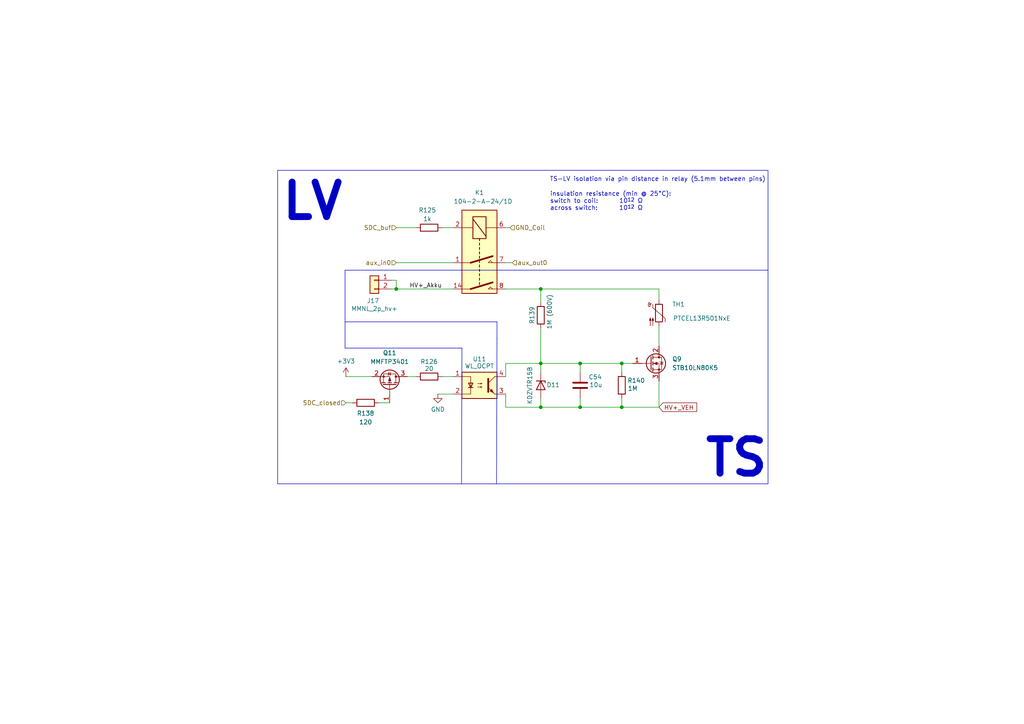
<source format=kicad_sch>
(kicad_sch
	(version 20231120)
	(generator "eeschema")
	(generator_version "8.0")
	(uuid "13e073e0-08f3-43ce-a5c5-b3a3660479c2")
	(paper "A4")
	(lib_symbols
		(symbol "Connector_Generic:Conn_01x02"
			(pin_names
				(offset 1.016) hide)
			(exclude_from_sim no)
			(in_bom yes)
			(on_board yes)
			(property "Reference" "J"
				(at 0 2.54 0)
				(effects
					(font
						(size 1.27 1.27)
					)
				)
			)
			(property "Value" "Conn_01x02"
				(at 0 -5.08 0)
				(effects
					(font
						(size 1.27 1.27)
					)
				)
			)
			(property "Footprint" ""
				(at 0 0 0)
				(effects
					(font
						(size 1.27 1.27)
					)
					(hide yes)
				)
			)
			(property "Datasheet" "~"
				(at 0 0 0)
				(effects
					(font
						(size 1.27 1.27)
					)
					(hide yes)
				)
			)
			(property "Description" "Generic connector, single row, 01x02, script generated (kicad-library-utils/schlib/autogen/connector/)"
				(at 0 0 0)
				(effects
					(font
						(size 1.27 1.27)
					)
					(hide yes)
				)
			)
			(property "ki_keywords" "connector"
				(at 0 0 0)
				(effects
					(font
						(size 1.27 1.27)
					)
					(hide yes)
				)
			)
			(property "ki_fp_filters" "Connector*:*_1x??_*"
				(at 0 0 0)
				(effects
					(font
						(size 1.27 1.27)
					)
					(hide yes)
				)
			)
			(symbol "Conn_01x02_1_1"
				(rectangle
					(start -1.27 -2.413)
					(end 0 -2.667)
					(stroke
						(width 0.1524)
						(type default)
					)
					(fill
						(type none)
					)
				)
				(rectangle
					(start -1.27 0.127)
					(end 0 -0.127)
					(stroke
						(width 0.1524)
						(type default)
					)
					(fill
						(type none)
					)
				)
				(rectangle
					(start -1.27 1.27)
					(end 1.27 -3.81)
					(stroke
						(width 0.254)
						(type default)
					)
					(fill
						(type background)
					)
				)
				(pin passive line
					(at -5.08 0 0)
					(length 3.81)
					(name "Pin_1"
						(effects
							(font
								(size 1.27 1.27)
							)
						)
					)
					(number "1"
						(effects
							(font
								(size 1.27 1.27)
							)
						)
					)
				)
				(pin passive line
					(at -5.08 -2.54 0)
					(length 3.81)
					(name "Pin_2"
						(effects
							(font
								(size 1.27 1.27)
							)
						)
					)
					(number "2"
						(effects
							(font
								(size 1.27 1.27)
							)
						)
					)
				)
			)
		)
		(symbol "Device:C"
			(pin_numbers hide)
			(pin_names
				(offset 0.254)
			)
			(exclude_from_sim no)
			(in_bom yes)
			(on_board yes)
			(property "Reference" "C"
				(at 0.635 2.54 0)
				(effects
					(font
						(size 1.27 1.27)
					)
					(justify left)
				)
			)
			(property "Value" "C"
				(at 0.635 -2.54 0)
				(effects
					(font
						(size 1.27 1.27)
					)
					(justify left)
				)
			)
			(property "Footprint" ""
				(at 0.9652 -3.81 0)
				(effects
					(font
						(size 1.27 1.27)
					)
					(hide yes)
				)
			)
			(property "Datasheet" "~"
				(at 0 0 0)
				(effects
					(font
						(size 1.27 1.27)
					)
					(hide yes)
				)
			)
			(property "Description" "Unpolarized capacitor"
				(at 0 0 0)
				(effects
					(font
						(size 1.27 1.27)
					)
					(hide yes)
				)
			)
			(property "ki_keywords" "cap capacitor"
				(at 0 0 0)
				(effects
					(font
						(size 1.27 1.27)
					)
					(hide yes)
				)
			)
			(property "ki_fp_filters" "C_*"
				(at 0 0 0)
				(effects
					(font
						(size 1.27 1.27)
					)
					(hide yes)
				)
			)
			(symbol "C_0_1"
				(polyline
					(pts
						(xy -2.032 -0.762) (xy 2.032 -0.762)
					)
					(stroke
						(width 0.508)
						(type default)
					)
					(fill
						(type none)
					)
				)
				(polyline
					(pts
						(xy -2.032 0.762) (xy 2.032 0.762)
					)
					(stroke
						(width 0.508)
						(type default)
					)
					(fill
						(type none)
					)
				)
			)
			(symbol "C_1_1"
				(pin passive line
					(at 0 3.81 270)
					(length 2.794)
					(name "~"
						(effects
							(font
								(size 1.27 1.27)
							)
						)
					)
					(number "1"
						(effects
							(font
								(size 1.27 1.27)
							)
						)
					)
				)
				(pin passive line
					(at 0 -3.81 90)
					(length 2.794)
					(name "~"
						(effects
							(font
								(size 1.27 1.27)
							)
						)
					)
					(number "2"
						(effects
							(font
								(size 1.27 1.27)
							)
						)
					)
				)
			)
		)
		(symbol "Device:D_Zener"
			(pin_numbers hide)
			(pin_names
				(offset 1.016) hide)
			(exclude_from_sim no)
			(in_bom yes)
			(on_board yes)
			(property "Reference" "D"
				(at 0 2.54 0)
				(effects
					(font
						(size 1.27 1.27)
					)
				)
			)
			(property "Value" "D_Zener"
				(at 0 -2.54 0)
				(effects
					(font
						(size 1.27 1.27)
					)
				)
			)
			(property "Footprint" ""
				(at 0 0 0)
				(effects
					(font
						(size 1.27 1.27)
					)
					(hide yes)
				)
			)
			(property "Datasheet" "~"
				(at 0 0 0)
				(effects
					(font
						(size 1.27 1.27)
					)
					(hide yes)
				)
			)
			(property "Description" "Zener diode"
				(at 0 0 0)
				(effects
					(font
						(size 1.27 1.27)
					)
					(hide yes)
				)
			)
			(property "ki_keywords" "diode"
				(at 0 0 0)
				(effects
					(font
						(size 1.27 1.27)
					)
					(hide yes)
				)
			)
			(property "ki_fp_filters" "TO-???* *_Diode_* *SingleDiode* D_*"
				(at 0 0 0)
				(effects
					(font
						(size 1.27 1.27)
					)
					(hide yes)
				)
			)
			(symbol "D_Zener_0_1"
				(polyline
					(pts
						(xy 1.27 0) (xy -1.27 0)
					)
					(stroke
						(width 0)
						(type default)
					)
					(fill
						(type none)
					)
				)
				(polyline
					(pts
						(xy -1.27 -1.27) (xy -1.27 1.27) (xy -0.762 1.27)
					)
					(stroke
						(width 0.254)
						(type default)
					)
					(fill
						(type none)
					)
				)
				(polyline
					(pts
						(xy 1.27 -1.27) (xy 1.27 1.27) (xy -1.27 0) (xy 1.27 -1.27)
					)
					(stroke
						(width 0.254)
						(type default)
					)
					(fill
						(type none)
					)
				)
			)
			(symbol "D_Zener_1_1"
				(pin passive line
					(at -3.81 0 0)
					(length 2.54)
					(name "K"
						(effects
							(font
								(size 1.27 1.27)
							)
						)
					)
					(number "1"
						(effects
							(font
								(size 1.27 1.27)
							)
						)
					)
				)
				(pin passive line
					(at 3.81 0 180)
					(length 2.54)
					(name "A"
						(effects
							(font
								(size 1.27 1.27)
							)
						)
					)
					(number "2"
						(effects
							(font
								(size 1.27 1.27)
							)
						)
					)
				)
			)
		)
		(symbol "Device:Q_PMOS_GSD"
			(pin_names
				(offset 0) hide)
			(exclude_from_sim no)
			(in_bom yes)
			(on_board yes)
			(property "Reference" "Q"
				(at 5.08 1.27 0)
				(effects
					(font
						(size 1.27 1.27)
					)
					(justify left)
				)
			)
			(property "Value" "Q_PMOS_GSD"
				(at 5.08 -1.27 0)
				(effects
					(font
						(size 1.27 1.27)
					)
					(justify left)
				)
			)
			(property "Footprint" ""
				(at 5.08 2.54 0)
				(effects
					(font
						(size 1.27 1.27)
					)
					(hide yes)
				)
			)
			(property "Datasheet" "~"
				(at 0 0 0)
				(effects
					(font
						(size 1.27 1.27)
					)
					(hide yes)
				)
			)
			(property "Description" "P-MOSFET transistor, gate/source/drain"
				(at 0 0 0)
				(effects
					(font
						(size 1.27 1.27)
					)
					(hide yes)
				)
			)
			(property "ki_keywords" "transistor PMOS P-MOS P-MOSFET"
				(at 0 0 0)
				(effects
					(font
						(size 1.27 1.27)
					)
					(hide yes)
				)
			)
			(symbol "Q_PMOS_GSD_0_1"
				(polyline
					(pts
						(xy 0.254 0) (xy -2.54 0)
					)
					(stroke
						(width 0)
						(type default)
					)
					(fill
						(type none)
					)
				)
				(polyline
					(pts
						(xy 0.254 1.905) (xy 0.254 -1.905)
					)
					(stroke
						(width 0.254)
						(type default)
					)
					(fill
						(type none)
					)
				)
				(polyline
					(pts
						(xy 0.762 -1.27) (xy 0.762 -2.286)
					)
					(stroke
						(width 0.254)
						(type default)
					)
					(fill
						(type none)
					)
				)
				(polyline
					(pts
						(xy 0.762 0.508) (xy 0.762 -0.508)
					)
					(stroke
						(width 0.254)
						(type default)
					)
					(fill
						(type none)
					)
				)
				(polyline
					(pts
						(xy 0.762 2.286) (xy 0.762 1.27)
					)
					(stroke
						(width 0.254)
						(type default)
					)
					(fill
						(type none)
					)
				)
				(polyline
					(pts
						(xy 2.54 2.54) (xy 2.54 1.778)
					)
					(stroke
						(width 0)
						(type default)
					)
					(fill
						(type none)
					)
				)
				(polyline
					(pts
						(xy 2.54 -2.54) (xy 2.54 0) (xy 0.762 0)
					)
					(stroke
						(width 0)
						(type default)
					)
					(fill
						(type none)
					)
				)
				(polyline
					(pts
						(xy 0.762 1.778) (xy 3.302 1.778) (xy 3.302 -1.778) (xy 0.762 -1.778)
					)
					(stroke
						(width 0)
						(type default)
					)
					(fill
						(type none)
					)
				)
				(polyline
					(pts
						(xy 2.286 0) (xy 1.27 0.381) (xy 1.27 -0.381) (xy 2.286 0)
					)
					(stroke
						(width 0)
						(type default)
					)
					(fill
						(type outline)
					)
				)
				(polyline
					(pts
						(xy 2.794 -0.508) (xy 2.921 -0.381) (xy 3.683 -0.381) (xy 3.81 -0.254)
					)
					(stroke
						(width 0)
						(type default)
					)
					(fill
						(type none)
					)
				)
				(polyline
					(pts
						(xy 3.302 -0.381) (xy 2.921 0.254) (xy 3.683 0.254) (xy 3.302 -0.381)
					)
					(stroke
						(width 0)
						(type default)
					)
					(fill
						(type none)
					)
				)
				(circle
					(center 1.651 0)
					(radius 2.794)
					(stroke
						(width 0.254)
						(type default)
					)
					(fill
						(type none)
					)
				)
				(circle
					(center 2.54 -1.778)
					(radius 0.254)
					(stroke
						(width 0)
						(type default)
					)
					(fill
						(type outline)
					)
				)
				(circle
					(center 2.54 1.778)
					(radius 0.254)
					(stroke
						(width 0)
						(type default)
					)
					(fill
						(type outline)
					)
				)
			)
			(symbol "Q_PMOS_GSD_1_1"
				(pin input line
					(at -5.08 0 0)
					(length 2.54)
					(name "G"
						(effects
							(font
								(size 1.27 1.27)
							)
						)
					)
					(number "1"
						(effects
							(font
								(size 1.27 1.27)
							)
						)
					)
				)
				(pin passive line
					(at 2.54 -5.08 90)
					(length 2.54)
					(name "S"
						(effects
							(font
								(size 1.27 1.27)
							)
						)
					)
					(number "2"
						(effects
							(font
								(size 1.27 1.27)
							)
						)
					)
				)
				(pin passive line
					(at 2.54 5.08 270)
					(length 2.54)
					(name "D"
						(effects
							(font
								(size 1.27 1.27)
							)
						)
					)
					(number "3"
						(effects
							(font
								(size 1.27 1.27)
							)
						)
					)
				)
			)
		)
		(symbol "Device:R"
			(pin_numbers hide)
			(pin_names
				(offset 0)
			)
			(exclude_from_sim no)
			(in_bom yes)
			(on_board yes)
			(property "Reference" "R"
				(at 2.032 0 90)
				(effects
					(font
						(size 1.27 1.27)
					)
				)
			)
			(property "Value" "R"
				(at 0 0 90)
				(effects
					(font
						(size 1.27 1.27)
					)
				)
			)
			(property "Footprint" ""
				(at -1.778 0 90)
				(effects
					(font
						(size 1.27 1.27)
					)
					(hide yes)
				)
			)
			(property "Datasheet" "~"
				(at 0 0 0)
				(effects
					(font
						(size 1.27 1.27)
					)
					(hide yes)
				)
			)
			(property "Description" "Resistor"
				(at 0 0 0)
				(effects
					(font
						(size 1.27 1.27)
					)
					(hide yes)
				)
			)
			(property "ki_keywords" "R res resistor"
				(at 0 0 0)
				(effects
					(font
						(size 1.27 1.27)
					)
					(hide yes)
				)
			)
			(property "ki_fp_filters" "R_*"
				(at 0 0 0)
				(effects
					(font
						(size 1.27 1.27)
					)
					(hide yes)
				)
			)
			(symbol "R_0_1"
				(rectangle
					(start -1.016 -2.54)
					(end 1.016 2.54)
					(stroke
						(width 0.254)
						(type default)
					)
					(fill
						(type none)
					)
				)
			)
			(symbol "R_1_1"
				(pin passive line
					(at 0 3.81 270)
					(length 1.27)
					(name "~"
						(effects
							(font
								(size 1.27 1.27)
							)
						)
					)
					(number "1"
						(effects
							(font
								(size 1.27 1.27)
							)
						)
					)
				)
				(pin passive line
					(at 0 -3.81 90)
					(length 1.27)
					(name "~"
						(effects
							(font
								(size 1.27 1.27)
							)
						)
					)
					(number "2"
						(effects
							(font
								(size 1.27 1.27)
							)
						)
					)
				)
			)
		)
		(symbol "Device:Thermistor_PTC"
			(pin_numbers hide)
			(pin_names
				(offset 0)
			)
			(exclude_from_sim no)
			(in_bom yes)
			(on_board yes)
			(property "Reference" "TH"
				(at -4.064 0 90)
				(effects
					(font
						(size 1.27 1.27)
					)
				)
			)
			(property "Value" "Thermistor_PTC"
				(at 3.048 0 90)
				(effects
					(font
						(size 1.27 1.27)
					)
				)
			)
			(property "Footprint" ""
				(at 1.27 -5.08 0)
				(effects
					(font
						(size 1.27 1.27)
					)
					(justify left)
					(hide yes)
				)
			)
			(property "Datasheet" "~"
				(at 0 0 0)
				(effects
					(font
						(size 1.27 1.27)
					)
					(hide yes)
				)
			)
			(property "Description" "Temperature dependent resistor, positive temperature coefficient"
				(at 0 0 0)
				(effects
					(font
						(size 1.27 1.27)
					)
					(hide yes)
				)
			)
			(property "ki_keywords" "resistor PTC thermistor sensor RTD"
				(at 0 0 0)
				(effects
					(font
						(size 1.27 1.27)
					)
					(hide yes)
				)
			)
			(property "ki_fp_filters" "*PTC* *Thermistor* PIN?ARRAY* bornier* *Terminal?Block* R_*"
				(at 0 0 0)
				(effects
					(font
						(size 1.27 1.27)
					)
					(hide yes)
				)
			)
			(symbol "Thermistor_PTC_0_1"
				(arc
					(start -3.048 2.159)
					(mid -3.0495 2.3143)
					(end -3.175 2.413)
					(stroke
						(width 0)
						(type default)
					)
					(fill
						(type none)
					)
				)
				(arc
					(start -3.048 2.159)
					(mid -2.9736 1.9794)
					(end -2.794 1.905)
					(stroke
						(width 0)
						(type default)
					)
					(fill
						(type none)
					)
				)
				(arc
					(start -3.048 2.794)
					(mid -2.9736 2.6144)
					(end -2.794 2.54)
					(stroke
						(width 0)
						(type default)
					)
					(fill
						(type none)
					)
				)
				(arc
					(start -2.794 1.905)
					(mid -2.6144 1.9794)
					(end -2.54 2.159)
					(stroke
						(width 0)
						(type default)
					)
					(fill
						(type none)
					)
				)
				(arc
					(start -2.794 2.54)
					(mid -2.4393 2.5587)
					(end -2.159 2.794)
					(stroke
						(width 0)
						(type default)
					)
					(fill
						(type none)
					)
				)
				(arc
					(start -2.794 3.048)
					(mid -2.9736 2.9736)
					(end -3.048 2.794)
					(stroke
						(width 0)
						(type default)
					)
					(fill
						(type none)
					)
				)
				(arc
					(start -2.54 2.794)
					(mid -2.6144 2.9736)
					(end -2.794 3.048)
					(stroke
						(width 0)
						(type default)
					)
					(fill
						(type none)
					)
				)
				(rectangle
					(start -1.016 2.54)
					(end 1.016 -2.54)
					(stroke
						(width 0.254)
						(type default)
					)
					(fill
						(type none)
					)
				)
				(polyline
					(pts
						(xy -2.54 2.159) (xy -2.54 2.794)
					)
					(stroke
						(width 0)
						(type default)
					)
					(fill
						(type none)
					)
				)
				(polyline
					(pts
						(xy -1.778 2.54) (xy -1.778 1.524) (xy 1.778 -1.524) (xy 1.778 -2.54)
					)
					(stroke
						(width 0)
						(type default)
					)
					(fill
						(type none)
					)
				)
				(polyline
					(pts
						(xy -2.54 -3.683) (xy -2.54 -1.397) (xy -2.794 -2.159) (xy -2.286 -2.159) (xy -2.54 -1.397) (xy -2.54 -1.651)
					)
					(stroke
						(width 0)
						(type default)
					)
					(fill
						(type outline)
					)
				)
				(polyline
					(pts
						(xy -1.778 -3.683) (xy -1.778 -1.397) (xy -2.032 -2.159) (xy -1.524 -2.159) (xy -1.778 -1.397)
						(xy -1.778 -1.651)
					)
					(stroke
						(width 0)
						(type default)
					)
					(fill
						(type outline)
					)
				)
			)
			(symbol "Thermistor_PTC_1_1"
				(pin passive line
					(at 0 3.81 270)
					(length 1.27)
					(name "~"
						(effects
							(font
								(size 1.27 1.27)
							)
						)
					)
					(number "1"
						(effects
							(font
								(size 1.27 1.27)
							)
						)
					)
				)
				(pin passive line
					(at 0 -3.81 90)
					(length 1.27)
					(name "~"
						(effects
							(font
								(size 1.27 1.27)
							)
						)
					)
					(number "2"
						(effects
							(font
								(size 1.27 1.27)
							)
						)
					)
				)
			)
		)
		(symbol "Isolator:FODM217A"
			(exclude_from_sim no)
			(in_bom yes)
			(on_board yes)
			(property "Reference" "U4"
				(at 1.27 7.62 0)
				(effects
					(font
						(size 1.27 1.27)
					)
				)
			)
			(property "Value" "WL_OCDA"
				(at 1.27 5.588 0)
				(effects
					(font
						(size 1.27 1.27)
					)
				)
			)
			(property "Footprint" "Package_SO:SOP-4_4.4x2.6mm_P1.27mm"
				(at 0 -5.08 0)
				(effects
					(font
						(size 1.27 1.27)
						(italic yes)
					)
					(hide yes)
				)
			)
			(property "Datasheet" ""
				(at 0 0 0)
				(effects
					(font
						(size 1.27 1.27)
					)
					(justify left)
					(hide yes)
				)
			)
			(property "Description" "141352145000"
				(at 0 0 0)
				(effects
					(font
						(size 1.27 1.27)
					)
					(hide yes)
				)
			)
			(property "ki_keywords" "DC Phototransistor Optocoupler"
				(at 0 0 0)
				(effects
					(font
						(size 1.27 1.27)
					)
					(hide yes)
				)
			)
			(property "ki_fp_filters" "SOP*4.4x2.6mm*P1.27mm*"
				(at 0 0 0)
				(effects
					(font
						(size 1.27 1.27)
					)
					(hide yes)
				)
			)
			(symbol "FODM217A_0_1"
				(rectangle
					(start -5.08 3.81)
					(end 5.08 -3.81)
					(stroke
						(width 0.254)
						(type default)
					)
					(fill
						(type background)
					)
				)
				(polyline
					(pts
						(xy -3.175 -0.635) (xy -1.905 -0.635)
					)
					(stroke
						(width 0.254)
						(type default)
					)
					(fill
						(type none)
					)
				)
				(polyline
					(pts
						(xy 2.54 0.635) (xy 4.445 2.54)
					)
					(stroke
						(width 0)
						(type default)
					)
					(fill
						(type none)
					)
				)
				(polyline
					(pts
						(xy 4.445 -2.54) (xy 2.54 -0.635)
					)
					(stroke
						(width 0)
						(type default)
					)
					(fill
						(type outline)
					)
				)
				(polyline
					(pts
						(xy 4.445 -2.54) (xy 5.08 -2.54)
					)
					(stroke
						(width 0)
						(type default)
					)
					(fill
						(type none)
					)
				)
				(polyline
					(pts
						(xy 4.445 2.54) (xy 5.08 2.54)
					)
					(stroke
						(width 0)
						(type default)
					)
					(fill
						(type none)
					)
				)
				(polyline
					(pts
						(xy -5.08 2.54) (xy -2.54 2.54) (xy -2.54 -0.635)
					)
					(stroke
						(width 0)
						(type default)
					)
					(fill
						(type none)
					)
				)
				(polyline
					(pts
						(xy -2.54 -0.635) (xy -2.54 -2.54) (xy -5.08 -2.54)
					)
					(stroke
						(width 0)
						(type default)
					)
					(fill
						(type none)
					)
				)
				(polyline
					(pts
						(xy 2.54 1.905) (xy 2.54 -1.905) (xy 2.54 -1.905)
					)
					(stroke
						(width 0.508)
						(type default)
					)
					(fill
						(type none)
					)
				)
				(polyline
					(pts
						(xy -2.54 -0.635) (xy -3.175 0.635) (xy -1.905 0.635) (xy -2.54 -0.635)
					)
					(stroke
						(width 0.254)
						(type default)
					)
					(fill
						(type none)
					)
				)
				(polyline
					(pts
						(xy -0.508 -0.508) (xy 0.762 -0.508) (xy 0.381 -0.635) (xy 0.381 -0.381) (xy 0.762 -0.508)
					)
					(stroke
						(width 0)
						(type default)
					)
					(fill
						(type none)
					)
				)
				(polyline
					(pts
						(xy -0.508 0.508) (xy 0.762 0.508) (xy 0.381 0.381) (xy 0.381 0.635) (xy 0.762 0.508)
					)
					(stroke
						(width 0)
						(type default)
					)
					(fill
						(type none)
					)
				)
				(polyline
					(pts
						(xy 3.048 -1.651) (xy 3.556 -1.143) (xy 4.064 -2.159) (xy 3.048 -1.651) (xy 3.048 -1.651)
					)
					(stroke
						(width 0)
						(type default)
					)
					(fill
						(type outline)
					)
				)
			)
			(symbol "FODM217A_1_1"
				(pin passive line
					(at -7.62 2.54 0)
					(length 2.54)
					(name "~"
						(effects
							(font
								(size 1.27 1.27)
							)
						)
					)
					(number "1"
						(effects
							(font
								(size 1.27 1.27)
							)
						)
					)
				)
				(pin passive line
					(at -7.62 -2.54 0)
					(length 2.54)
					(name "~"
						(effects
							(font
								(size 1.27 1.27)
							)
						)
					)
					(number "2"
						(effects
							(font
								(size 1.27 1.27)
							)
						)
					)
				)
				(pin passive line
					(at 7.62 -2.54 180)
					(length 2.54)
					(name "~"
						(effects
							(font
								(size 1.27 1.27)
							)
						)
					)
					(number "3"
						(effects
							(font
								(size 1.27 1.27)
							)
						)
					)
				)
				(pin passive line
					(at 7.62 2.54 180)
					(length 2.54)
					(name "~"
						(effects
							(font
								(size 1.27 1.27)
							)
						)
					)
					(number "4"
						(effects
							(font
								(size 1.27 1.27)
							)
						)
					)
				)
			)
		)
		(symbol "Relay:DIPxx-2Axx-21x"
			(exclude_from_sim no)
			(in_bom yes)
			(on_board yes)
			(property "Reference" "K"
				(at 12.7 3.81 0)
				(effects
					(font
						(size 1.27 1.27)
					)
					(justify left)
				)
			)
			(property "Value" "DIPxx-2Axx-21x"
				(at 12.7 1.27 0)
				(effects
					(font
						(size 1.27 1.27)
					)
					(justify left)
				)
			)
			(property "Footprint" "Relay_THT:Relay_StandexMeder_DIP_LowProfile"
				(at 12.7 -1.27 0)
				(effects
					(font
						(size 1.27 1.27)
					)
					(justify left)
					(hide yes)
				)
			)
			(property "Datasheet" "https://standexelectronics.com/wp-content/uploads/datasheet_reed_relay_DIP.pdf"
				(at 0 0 0)
				(effects
					(font
						(size 1.27 1.27)
					)
					(hide yes)
				)
			)
			(property "Description" "Standex Meder DIP reed relay, DPST, Closing Contacts"
				(at 0 0 0)
				(effects
					(font
						(size 1.27 1.27)
					)
					(hide yes)
				)
			)
			(property "ki_keywords" "Single Pole Reed Relay DPST"
				(at 0 0 0)
				(effects
					(font
						(size 1.27 1.27)
					)
					(hide yes)
				)
			)
			(property "ki_fp_filters" "Relay*StandexMeder*DIP*LowProfile*"
				(at 0 0 0)
				(effects
					(font
						(size 1.27 1.27)
					)
					(hide yes)
				)
			)
			(symbol "DIPxx-2Axx-21x_0_0"
				(polyline
					(pts
						(xy 2.54 5.08) (xy 2.54 2.54) (xy 1.905 3.175) (xy 2.54 3.81)
					)
					(stroke
						(width 0)
						(type default)
					)
					(fill
						(type none)
					)
				)
				(polyline
					(pts
						(xy 10.16 5.08) (xy 10.16 2.54) (xy 9.525 3.175) (xy 10.16 3.81)
					)
					(stroke
						(width 0)
						(type default)
					)
					(fill
						(type none)
					)
				)
			)
			(symbol "DIPxx-2Axx-21x_0_1"
				(rectangle
					(start -12.7 5.08)
					(end 11.43 -5.08)
					(stroke
						(width 0.254)
						(type default)
					)
					(fill
						(type background)
					)
				)
				(rectangle
					(start -10.795 1.905)
					(end -4.445 -1.905)
					(stroke
						(width 0.254)
						(type default)
					)
					(fill
						(type none)
					)
				)
				(polyline
					(pts
						(xy -10.16 -1.905) (xy -5.08 1.905)
					)
					(stroke
						(width 0.254)
						(type default)
					)
					(fill
						(type none)
					)
				)
				(polyline
					(pts
						(xy -7.62 -5.08) (xy -7.62 -1.905)
					)
					(stroke
						(width 0)
						(type default)
					)
					(fill
						(type none)
					)
				)
				(polyline
					(pts
						(xy -7.62 5.08) (xy -7.62 1.905)
					)
					(stroke
						(width 0)
						(type default)
					)
					(fill
						(type none)
					)
				)
				(polyline
					(pts
						(xy -4.445 0) (xy -3.81 0)
					)
					(stroke
						(width 0.254)
						(type default)
					)
					(fill
						(type none)
					)
				)
				(polyline
					(pts
						(xy -3.175 0) (xy -2.54 0)
					)
					(stroke
						(width 0.254)
						(type default)
					)
					(fill
						(type none)
					)
				)
				(polyline
					(pts
						(xy -1.905 0) (xy -1.27 0)
					)
					(stroke
						(width 0.254)
						(type default)
					)
					(fill
						(type none)
					)
				)
				(polyline
					(pts
						(xy -0.635 0) (xy 0 0)
					)
					(stroke
						(width 0.254)
						(type default)
					)
					(fill
						(type none)
					)
				)
				(polyline
					(pts
						(xy 0.635 0) (xy 1.27 0)
					)
					(stroke
						(width 0.254)
						(type default)
					)
					(fill
						(type none)
					)
				)
				(polyline
					(pts
						(xy 1.905 0) (xy 2.54 0)
					)
					(stroke
						(width 0.254)
						(type default)
					)
					(fill
						(type none)
					)
				)
				(polyline
					(pts
						(xy 2.54 -2.54) (xy 0.635 3.81)
					)
					(stroke
						(width 0.508)
						(type default)
					)
					(fill
						(type none)
					)
				)
				(polyline
					(pts
						(xy 2.54 -2.54) (xy 2.54 -5.08)
					)
					(stroke
						(width 0)
						(type default)
					)
					(fill
						(type none)
					)
				)
				(polyline
					(pts
						(xy 3.175 0) (xy 3.81 0)
					)
					(stroke
						(width 0.254)
						(type default)
					)
					(fill
						(type none)
					)
				)
				(polyline
					(pts
						(xy 4.445 0) (xy 5.08 0)
					)
					(stroke
						(width 0.254)
						(type default)
					)
					(fill
						(type none)
					)
				)
				(polyline
					(pts
						(xy 5.715 0) (xy 6.35 0)
					)
					(stroke
						(width 0.254)
						(type default)
					)
					(fill
						(type none)
					)
				)
				(polyline
					(pts
						(xy 6.985 0) (xy 7.62 0)
					)
					(stroke
						(width 0.254)
						(type default)
					)
					(fill
						(type none)
					)
				)
				(polyline
					(pts
						(xy 8.255 0) (xy 8.89 0)
					)
					(stroke
						(width 0.254)
						(type default)
					)
					(fill
						(type none)
					)
				)
				(polyline
					(pts
						(xy 10.16 -2.54) (xy 8.255 3.81)
					)
					(stroke
						(width 0.508)
						(type default)
					)
					(fill
						(type none)
					)
				)
				(polyline
					(pts
						(xy 10.16 -2.54) (xy 10.16 -5.08)
					)
					(stroke
						(width 0)
						(type default)
					)
					(fill
						(type none)
					)
				)
			)
			(symbol "DIPxx-2Axx-21x_1_1"
				(pin passive line
					(at 2.54 -7.62 90)
					(length 2.54)
					(name "~"
						(effects
							(font
								(size 1.27 1.27)
							)
						)
					)
					(number "1"
						(effects
							(font
								(size 1.27 1.27)
							)
						)
					)
				)
				(pin passive line
					(at 10.16 -7.62 90)
					(length 2.54)
					(name "~"
						(effects
							(font
								(size 1.27 1.27)
							)
						)
					)
					(number "14"
						(effects
							(font
								(size 1.27 1.27)
							)
						)
					)
				)
				(pin passive line
					(at -7.62 -7.62 90)
					(length 2.54)
					(name "~"
						(effects
							(font
								(size 1.27 1.27)
							)
						)
					)
					(number "2"
						(effects
							(font
								(size 1.27 1.27)
							)
						)
					)
				)
				(pin passive line
					(at -7.62 7.62 270)
					(length 2.54)
					(name "~"
						(effects
							(font
								(size 1.27 1.27)
							)
						)
					)
					(number "6"
						(effects
							(font
								(size 1.27 1.27)
							)
						)
					)
				)
				(pin passive line
					(at 2.54 7.62 270)
					(length 2.54)
					(name "~"
						(effects
							(font
								(size 1.27 1.27)
							)
						)
					)
					(number "7"
						(effects
							(font
								(size 1.27 1.27)
							)
						)
					)
				)
				(pin passive line
					(at 10.16 7.62 270)
					(length 2.54)
					(name "~"
						(effects
							(font
								(size 1.27 1.27)
							)
						)
					)
					(number "8"
						(effects
							(font
								(size 1.27 1.27)
							)
						)
					)
				)
			)
		)
		(symbol "Transistor_FET:STB15N80K5"
			(pin_names hide)
			(exclude_from_sim no)
			(in_bom yes)
			(on_board yes)
			(property "Reference" "Q"
				(at 5.08 1.905 0)
				(effects
					(font
						(size 1.27 1.27)
					)
					(justify left)
				)
			)
			(property "Value" "STB15N80K5"
				(at 5.08 0 0)
				(effects
					(font
						(size 1.27 1.27)
					)
					(justify left)
				)
			)
			(property "Footprint" "Package_TO_SOT_SMD:TO-263-2"
				(at 5.08 -1.905 0)
				(effects
					(font
						(size 1.27 1.27)
						(italic yes)
					)
					(justify left)
					(hide yes)
				)
			)
			(property "Datasheet" "https://www.st.com/resource/en/datasheet/stb15n80k5.pdf"
				(at 5.08 -3.81 0)
				(effects
					(font
						(size 1.27 1.27)
					)
					(justify left)
					(hide yes)
				)
			)
			(property "Description" "14A Id, 800V Vds, N-Channel MOSFET, 375mOhm Ron, D2PAK"
				(at 0 0 0)
				(effects
					(font
						(size 1.27 1.27)
					)
					(hide yes)
				)
			)
			(property "ki_keywords" "N-Channel MOSFET"
				(at 0 0 0)
				(effects
					(font
						(size 1.27 1.27)
					)
					(hide yes)
				)
			)
			(property "ki_fp_filters" "TO?263*"
				(at 0 0 0)
				(effects
					(font
						(size 1.27 1.27)
					)
					(hide yes)
				)
			)
			(symbol "STB15N80K5_0_1"
				(polyline
					(pts
						(xy 0.254 0) (xy -2.54 0)
					)
					(stroke
						(width 0)
						(type default)
					)
					(fill
						(type none)
					)
				)
				(polyline
					(pts
						(xy 0.254 1.905) (xy 0.254 -1.905)
					)
					(stroke
						(width 0.254)
						(type default)
					)
					(fill
						(type none)
					)
				)
				(polyline
					(pts
						(xy 0.762 -1.27) (xy 0.762 -2.286)
					)
					(stroke
						(width 0.254)
						(type default)
					)
					(fill
						(type none)
					)
				)
				(polyline
					(pts
						(xy 0.762 0.508) (xy 0.762 -0.508)
					)
					(stroke
						(width 0.254)
						(type default)
					)
					(fill
						(type none)
					)
				)
				(polyline
					(pts
						(xy 0.762 2.286) (xy 0.762 1.27)
					)
					(stroke
						(width 0.254)
						(type default)
					)
					(fill
						(type none)
					)
				)
				(polyline
					(pts
						(xy 2.54 2.54) (xy 2.54 1.778)
					)
					(stroke
						(width 0)
						(type default)
					)
					(fill
						(type none)
					)
				)
				(polyline
					(pts
						(xy 2.54 -2.54) (xy 2.54 0) (xy 0.762 0)
					)
					(stroke
						(width 0)
						(type default)
					)
					(fill
						(type none)
					)
				)
				(polyline
					(pts
						(xy 0.762 -1.778) (xy 3.302 -1.778) (xy 3.302 1.778) (xy 0.762 1.778)
					)
					(stroke
						(width 0)
						(type default)
					)
					(fill
						(type none)
					)
				)
				(polyline
					(pts
						(xy 1.016 0) (xy 2.032 0.381) (xy 2.032 -0.381) (xy 1.016 0)
					)
					(stroke
						(width 0)
						(type default)
					)
					(fill
						(type outline)
					)
				)
				(polyline
					(pts
						(xy 2.794 0.508) (xy 2.921 0.381) (xy 3.683 0.381) (xy 3.81 0.254)
					)
					(stroke
						(width 0)
						(type default)
					)
					(fill
						(type none)
					)
				)
				(polyline
					(pts
						(xy 3.302 0.381) (xy 2.921 -0.254) (xy 3.683 -0.254) (xy 3.302 0.381)
					)
					(stroke
						(width 0)
						(type default)
					)
					(fill
						(type none)
					)
				)
				(circle
					(center 1.651 0)
					(radius 2.794)
					(stroke
						(width 0.254)
						(type default)
					)
					(fill
						(type none)
					)
				)
				(circle
					(center 2.54 -1.778)
					(radius 0.254)
					(stroke
						(width 0)
						(type default)
					)
					(fill
						(type outline)
					)
				)
				(circle
					(center 2.54 1.778)
					(radius 0.254)
					(stroke
						(width 0)
						(type default)
					)
					(fill
						(type outline)
					)
				)
			)
			(symbol "STB15N80K5_1_1"
				(pin passive line
					(at -5.08 0 0)
					(length 2.54)
					(name "G"
						(effects
							(font
								(size 1.27 1.27)
							)
						)
					)
					(number "1"
						(effects
							(font
								(size 1.27 1.27)
							)
						)
					)
				)
				(pin passive line
					(at 2.54 5.08 270)
					(length 2.54)
					(name "D"
						(effects
							(font
								(size 1.27 1.27)
							)
						)
					)
					(number "2"
						(effects
							(font
								(size 1.27 1.27)
							)
						)
					)
				)
				(pin passive line
					(at 2.54 -5.08 90)
					(length 2.54)
					(name "S"
						(effects
							(font
								(size 1.27 1.27)
							)
						)
					)
					(number "3"
						(effects
							(font
								(size 1.27 1.27)
							)
						)
					)
				)
			)
		)
		(symbol "power:+3V3"
			(power)
			(pin_numbers hide)
			(pin_names
				(offset 0) hide)
			(exclude_from_sim no)
			(in_bom yes)
			(on_board yes)
			(property "Reference" "#PWR"
				(at 0 -3.81 0)
				(effects
					(font
						(size 1.27 1.27)
					)
					(hide yes)
				)
			)
			(property "Value" "+3V3"
				(at 0 3.556 0)
				(effects
					(font
						(size 1.27 1.27)
					)
				)
			)
			(property "Footprint" ""
				(at 0 0 0)
				(effects
					(font
						(size 1.27 1.27)
					)
					(hide yes)
				)
			)
			(property "Datasheet" ""
				(at 0 0 0)
				(effects
					(font
						(size 1.27 1.27)
					)
					(hide yes)
				)
			)
			(property "Description" "Power symbol creates a global label with name \"+3V3\""
				(at 0 0 0)
				(effects
					(font
						(size 1.27 1.27)
					)
					(hide yes)
				)
			)
			(property "ki_keywords" "global power"
				(at 0 0 0)
				(effects
					(font
						(size 1.27 1.27)
					)
					(hide yes)
				)
			)
			(symbol "+3V3_0_1"
				(polyline
					(pts
						(xy -0.762 1.27) (xy 0 2.54)
					)
					(stroke
						(width 0)
						(type default)
					)
					(fill
						(type none)
					)
				)
				(polyline
					(pts
						(xy 0 0) (xy 0 2.54)
					)
					(stroke
						(width 0)
						(type default)
					)
					(fill
						(type none)
					)
				)
				(polyline
					(pts
						(xy 0 2.54) (xy 0.762 1.27)
					)
					(stroke
						(width 0)
						(type default)
					)
					(fill
						(type none)
					)
				)
			)
			(symbol "+3V3_1_1"
				(pin power_in line
					(at 0 0 90)
					(length 0)
					(name "~"
						(effects
							(font
								(size 1.27 1.27)
							)
						)
					)
					(number "1"
						(effects
							(font
								(size 1.27 1.27)
							)
						)
					)
				)
			)
		)
		(symbol "power:GND"
			(power)
			(pin_numbers hide)
			(pin_names
				(offset 0) hide)
			(exclude_from_sim no)
			(in_bom yes)
			(on_board yes)
			(property "Reference" "#PWR"
				(at 0 -6.35 0)
				(effects
					(font
						(size 1.27 1.27)
					)
					(hide yes)
				)
			)
			(property "Value" "GND"
				(at 0 -3.81 0)
				(effects
					(font
						(size 1.27 1.27)
					)
				)
			)
			(property "Footprint" ""
				(at 0 0 0)
				(effects
					(font
						(size 1.27 1.27)
					)
					(hide yes)
				)
			)
			(property "Datasheet" ""
				(at 0 0 0)
				(effects
					(font
						(size 1.27 1.27)
					)
					(hide yes)
				)
			)
			(property "Description" "Power symbol creates a global label with name \"GND\" , ground"
				(at 0 0 0)
				(effects
					(font
						(size 1.27 1.27)
					)
					(hide yes)
				)
			)
			(property "ki_keywords" "global power"
				(at 0 0 0)
				(effects
					(font
						(size 1.27 1.27)
					)
					(hide yes)
				)
			)
			(symbol "GND_0_1"
				(polyline
					(pts
						(xy 0 0) (xy 0 -1.27) (xy 1.27 -1.27) (xy 0 -2.54) (xy -1.27 -1.27) (xy 0 -1.27)
					)
					(stroke
						(width 0)
						(type default)
					)
					(fill
						(type none)
					)
				)
			)
			(symbol "GND_1_1"
				(pin power_in line
					(at 0 0 270)
					(length 0)
					(name "~"
						(effects
							(font
								(size 1.27 1.27)
							)
						)
					)
					(number "1"
						(effects
							(font
								(size 1.27 1.27)
							)
						)
					)
				)
			)
		)
	)
	(junction
		(at 180.34 118.11)
		(diameter 0)
		(color 0 0 0 0)
		(uuid "3dbcd1f7-cab8-4b17-b9b1-292d82bbd200")
	)
	(junction
		(at 156.845 118.11)
		(diameter 0)
		(color 0 0 0 0)
		(uuid "46531e1a-bdd5-41a7-8f23-684e19d65934")
	)
	(junction
		(at 114.935 83.82)
		(diameter 0)
		(color 0 0 0 0)
		(uuid "69126a6c-e8f2-4642-8ec4-253f40d4767e")
	)
	(junction
		(at 156.845 105.41)
		(diameter 0)
		(color 0 0 0 0)
		(uuid "8a3ade5b-770f-4493-9fd9-a08b40e0beab")
	)
	(junction
		(at 168.275 105.41)
		(diameter 0)
		(color 0 0 0 0)
		(uuid "91744895-41af-4831-b47d-b4b860b19d65")
	)
	(junction
		(at 180.34 105.41)
		(diameter 0)
		(color 0 0 0 0)
		(uuid "9f696f8c-4a1b-4fa2-bcfb-3d8ab899a9dc")
	)
	(junction
		(at 156.845 83.82)
		(diameter 0)
		(color 0 0 0 0)
		(uuid "a5fcc108-7dc8-4be1-9b6d-f2f3c2c67209")
	)
	(junction
		(at 168.275 118.11)
		(diameter 0)
		(color 0 0 0 0)
		(uuid "aa11f6ca-e8c8-4758-99cd-70230615c32f")
	)
	(wire
		(pts
			(xy 191.135 94.615) (xy 191.135 100.33)
		)
		(stroke
			(width 0)
			(type default)
		)
		(uuid "0aee1144-2e02-44b4-96c5-8dffa94d6bd9")
	)
	(wire
		(pts
			(xy 114.935 83.82) (xy 131.445 83.82)
		)
		(stroke
			(width 0)
			(type default)
		)
		(uuid "0c0d2e09-8716-4761-9d55-4fa087676277")
	)
	(wire
		(pts
			(xy 114.935 76.2) (xy 131.445 76.2)
		)
		(stroke
			(width 0)
			(type default)
		)
		(uuid "10b8b25b-6bf5-4456-bfd8-cec80d18a16b")
	)
	(wire
		(pts
			(xy 168.275 118.11) (xy 180.34 118.11)
		)
		(stroke
			(width 0)
			(type default)
		)
		(uuid "11cd3966-2715-4663-8e83-e0f4ab2fbd53")
	)
	(wire
		(pts
			(xy 168.275 105.41) (xy 180.34 105.41)
		)
		(stroke
			(width 0)
			(type default)
		)
		(uuid "188a7d13-480a-4bf3-b53c-806c85da4d84")
	)
	(wire
		(pts
			(xy 114.935 81.28) (xy 114.935 83.82)
		)
		(stroke
			(width 0)
			(type default)
		)
		(uuid "23dc4324-5ceb-4b81-8666-ce60ce4e4852")
	)
	(wire
		(pts
			(xy 168.275 105.41) (xy 168.275 107.95)
		)
		(stroke
			(width 0)
			(type default)
		)
		(uuid "2df9f9ee-1255-4532-b37d-057fba8f308c")
	)
	(polyline
		(pts
			(xy 100.076 93.345) (xy 144.145 93.345)
		)
		(stroke
			(width 0)
			(type default)
		)
		(uuid "321acafe-3573-4299-8869-ed89606ad628")
	)
	(wire
		(pts
			(xy 180.34 105.41) (xy 180.34 107.95)
		)
		(stroke
			(width 0)
			(type default)
		)
		(uuid "38f200ac-dcb1-45e1-87fc-4de3de0c48fd")
	)
	(wire
		(pts
			(xy 156.845 83.82) (xy 191.135 83.82)
		)
		(stroke
			(width 0)
			(type default)
		)
		(uuid "3df13b28-3e20-47d9-88da-ef18b2b18b64")
	)
	(polyline
		(pts
			(xy 144.145 93.345) (xy 144.145 98.171)
		)
		(stroke
			(width 0)
			(type default)
		)
		(uuid "45402191-42fa-4634-b74c-9c15fccaffe9")
	)
	(wire
		(pts
			(xy 146.685 83.82) (xy 156.845 83.82)
		)
		(stroke
			(width 0)
			(type default)
		)
		(uuid "47883bfe-b59a-480c-b612-adbae2070ec5")
	)
	(polyline
		(pts
			(xy 133.985 100.965) (xy 133.858 140.335)
		)
		(stroke
			(width 0)
			(type default)
		)
		(uuid "4bbac1db-540d-4610-ac88-665ebd88af5f")
	)
	(wire
		(pts
			(xy 148.59 76.2) (xy 146.685 76.2)
		)
		(stroke
			(width 0)
			(type default)
		)
		(uuid "503f7e59-5949-4af8-bdf8-e9bca8e0479c")
	)
	(polyline
		(pts
			(xy 100.076 78.359) (xy 222.758 78.359)
		)
		(stroke
			(width 0)
			(type default)
		)
		(uuid "5f95c404-bf5b-4662-870c-4347ee10ac5f")
	)
	(wire
		(pts
			(xy 156.845 105.41) (xy 168.275 105.41)
		)
		(stroke
			(width 0)
			(type default)
		)
		(uuid "649f3ea8-87c5-44ff-9fe8-2507ae918646")
	)
	(wire
		(pts
			(xy 156.845 118.11) (xy 168.275 118.11)
		)
		(stroke
			(width 0)
			(type default)
		)
		(uuid "65c93360-b3bd-4344-ad0b-21d4300033a3")
	)
	(wire
		(pts
			(xy 156.845 105.41) (xy 156.845 107.95)
		)
		(stroke
			(width 0)
			(type default)
		)
		(uuid "71e5a1f0-e80e-4206-bf9b-fb236ed56a8d")
	)
	(wire
		(pts
			(xy 180.34 118.11) (xy 191.135 118.11)
		)
		(stroke
			(width 0)
			(type default)
		)
		(uuid "77524435-973d-41c6-80fe-170bcdca451a")
	)
	(wire
		(pts
			(xy 168.275 115.57) (xy 168.275 118.11)
		)
		(stroke
			(width 0)
			(type default)
		)
		(uuid "7af2f117-1298-4209-8fb5-24eb66566906")
	)
	(polyline
		(pts
			(xy 100.076 93.345) (xy 100.076 78.359)
		)
		(stroke
			(width 0)
			(type default)
		)
		(uuid "7b95d099-c93c-4803-be45-48f63d7fd4f7")
	)
	(wire
		(pts
			(xy 118.11 109.22) (xy 120.65 109.22)
		)
		(stroke
			(width 0)
			(type default)
		)
		(uuid "7ff20e4a-1c1e-4c16-b851-d6faaebdefa9")
	)
	(wire
		(pts
			(xy 113.665 81.28) (xy 114.935 81.28)
		)
		(stroke
			(width 0)
			(type default)
		)
		(uuid "84c2178c-1ef5-4dfe-b9fe-d0f271bc60b8")
	)
	(wire
		(pts
			(xy 191.135 110.49) (xy 191.135 118.11)
		)
		(stroke
			(width 0)
			(type default)
		)
		(uuid "86f21e71-289f-439f-9a57-2d084789c941")
	)
	(wire
		(pts
			(xy 100.33 109.22) (xy 107.95 109.22)
		)
		(stroke
			(width 0)
			(type default)
		)
		(uuid "8903d419-78b9-405d-b61e-32f8e5bd5c8c")
	)
	(wire
		(pts
			(xy 180.34 105.41) (xy 183.515 105.41)
		)
		(stroke
			(width 0)
			(type default)
		)
		(uuid "8a2e8b0a-e03a-4203-81fd-f4823bb2ab24")
	)
	(wire
		(pts
			(xy 156.845 83.82) (xy 156.845 87.63)
		)
		(stroke
			(width 0)
			(type default)
		)
		(uuid "90284ef2-8994-4123-90ce-7b89ac9afda7")
	)
	(polyline
		(pts
			(xy 144.145 98.171) (xy 144.018 140.335)
		)
		(stroke
			(width 0)
			(type default)
		)
		(uuid "a185e4d3-af28-47c0-8286-f94c04d143e4")
	)
	(wire
		(pts
			(xy 156.845 95.25) (xy 156.845 105.41)
		)
		(stroke
			(width 0)
			(type default)
		)
		(uuid "a2e29407-97b6-4f9e-b236-94251b6d80de")
	)
	(polyline
		(pts
			(xy 133.985 100.965) (xy 100.076 100.965)
		)
		(stroke
			(width 0)
			(type default)
		)
		(uuid "aeb1fc20-a42d-4d33-ad16-92d90a0eaf18")
	)
	(polyline
		(pts
			(xy 100.076 100.965) (xy 100.076 93.345)
		)
		(stroke
			(width 0)
			(type default)
		)
		(uuid "af056529-da28-41b1-b44b-4f30cd6801c3")
	)
	(wire
		(pts
			(xy 146.685 109.22) (xy 146.685 105.41)
		)
		(stroke
			(width 0)
			(type default)
		)
		(uuid "af9f51eb-c598-4fb2-9f27-9cc5a2fdb70f")
	)
	(wire
		(pts
			(xy 156.845 115.57) (xy 156.845 118.11)
		)
		(stroke
			(width 0)
			(type default)
		)
		(uuid "b97328ff-6eec-4f96-ab9c-ed0ceff3e016")
	)
	(wire
		(pts
			(xy 156.845 105.41) (xy 146.685 105.41)
		)
		(stroke
			(width 0)
			(type default)
		)
		(uuid "b98372b8-4671-42b6-9529-8ffde6bcd393")
	)
	(wire
		(pts
			(xy 146.685 114.3) (xy 146.685 118.11)
		)
		(stroke
			(width 0)
			(type default)
		)
		(uuid "b9d5f677-7b0e-4809-8678-c43987839e39")
	)
	(wire
		(pts
			(xy 114.935 66.04) (xy 120.65 66.04)
		)
		(stroke
			(width 0)
			(type default)
		)
		(uuid "c3e50f85-f138-453b-815f-ea457a483eed")
	)
	(wire
		(pts
			(xy 180.34 115.57) (xy 180.34 118.11)
		)
		(stroke
			(width 0)
			(type default)
		)
		(uuid "c3f487d0-d47f-4eb1-bcf4-c0a9bcf0c327")
	)
	(wire
		(pts
			(xy 128.27 66.04) (xy 131.445 66.04)
		)
		(stroke
			(width 0)
			(type default)
		)
		(uuid "c9a73227-5ed6-4e0c-816e-4584235310dc")
	)
	(wire
		(pts
			(xy 100.33 116.84) (xy 102.235 116.84)
		)
		(stroke
			(width 0)
			(type default)
		)
		(uuid "c9f2d5b5-73aa-4188-9972-9ea16cbb1c77")
	)
	(wire
		(pts
			(xy 146.685 118.11) (xy 156.845 118.11)
		)
		(stroke
			(width 0)
			(type default)
		)
		(uuid "caf0888e-7bf2-42b3-a2c4-fefc602f9c43")
	)
	(wire
		(pts
			(xy 109.855 116.84) (xy 113.03 116.84)
		)
		(stroke
			(width 0)
			(type default)
		)
		(uuid "db808ece-3152-4fac-9933-65ae3ed71a23")
	)
	(wire
		(pts
			(xy 147.955 66.04) (xy 146.685 66.04)
		)
		(stroke
			(width 0)
			(type default)
		)
		(uuid "e2c8f334-2c5d-47a0-97ed-69546a1b7763")
	)
	(wire
		(pts
			(xy 128.27 109.22) (xy 131.445 109.22)
		)
		(stroke
			(width 0)
			(type default)
		)
		(uuid "e75cfa60-c666-4d1b-9876-7c5fa0089fe7")
	)
	(wire
		(pts
			(xy 113.665 83.82) (xy 114.935 83.82)
		)
		(stroke
			(width 0)
			(type default)
		)
		(uuid "e7d27540-8586-47dd-8183-bf85a1490827")
	)
	(wire
		(pts
			(xy 191.135 83.82) (xy 191.135 86.995)
		)
		(stroke
			(width 0)
			(type default)
		)
		(uuid "ea04d968-d543-43a7-9ef1-ba20341d6966")
	)
	(wire
		(pts
			(xy 127 114.3) (xy 131.445 114.3)
		)
		(stroke
			(width 0)
			(type default)
		)
		(uuid "fe035484-ce2c-4335-baed-2ff1400e82dc")
	)
	(rectangle
		(start 80.518 49.403)
		(end 222.758 140.335)
		(stroke
			(width 0)
			(type default)
		)
		(fill
			(type none)
		)
		(uuid ee2088ca-3247-4b07-8e05-80ea9bc53a28)
	)
	(text "insulation resistance (min @ 25°C):\nswitch to coil:	10^{12} Ω\nacross switch:	10^{12} Ω "
		(exclude_from_sim no)
		(at 159.512 58.42 0)
		(effects
			(font
				(size 1.27 1.27)
			)
			(justify left)
		)
		(uuid "3d3b55b7-1629-42c4-92d6-77c40219be7d")
	)
	(text "LV"
		(exclude_from_sim no)
		(at 81.026 58.547 0)
		(effects
			(font
				(size 10 10)
				(thickness 2)
				(bold yes)
			)
			(justify left)
		)
		(uuid "4bf667c7-6d83-4e70-8138-986a1f12963f")
	)
	(text "TS-LV isolation via pin distance in relay (5.1mm between pins)"
		(exclude_from_sim no)
		(at 190.754 52.07 0)
		(effects
			(font
				(size 1.27 1.27)
			)
		)
		(uuid "c69b28a8-d82d-4948-82c3-90be39d78203")
	)
	(text "TS"
		(exclude_from_sim no)
		(at 203.708 132.969 0)
		(effects
			(font
				(size 10 10)
				(thickness 2)
				(bold yes)
			)
			(justify left)
		)
		(uuid "d0980a2d-0eca-4408-8d7c-96c1603edca8")
	)
	(label "HV+_Akku"
		(at 118.745 83.82 0)
		(fields_autoplaced yes)
		(effects
			(font
				(size 1.27 1.27)
			)
			(justify left bottom)
		)
		(uuid "8eff45bd-ed8a-4b71-87bf-5426072cd90e")
	)
	(global_label "HV+_VEH"
		(shape input)
		(at 191.135 118.11 0)
		(fields_autoplaced yes)
		(effects
			(font
				(size 1.27 1.27)
			)
			(justify left)
		)
		(uuid "35510853-0b3a-4a32-8528-251ce4823b96")
		(property "Intersheetrefs" "${INTERSHEET_REFS}"
			(at 202.6474 118.11 0)
			(effects
				(font
					(size 1.27 1.27)
				)
				(justify left)
				(hide yes)
			)
		)
	)
	(hierarchical_label "SDC_buf"
		(shape input)
		(at 114.935 66.04 180)
		(fields_autoplaced yes)
		(effects
			(font
				(size 1.27 1.27)
			)
			(justify right)
		)
		(uuid "615c10b1-91e8-45f5-a722-779e086314e4")
	)
	(hierarchical_label "GND_Coil"
		(shape input)
		(at 147.955 66.04 0)
		(fields_autoplaced yes)
		(effects
			(font
				(size 1.27 1.27)
			)
			(justify left)
		)
		(uuid "7bbfb9b0-be04-438e-ba04-7d021c2b29d7")
	)
	(hierarchical_label "aux_out0"
		(shape input)
		(at 148.59 76.2 0)
		(fields_autoplaced yes)
		(effects
			(font
				(size 1.27 1.27)
			)
			(justify left)
		)
		(uuid "818ebf3a-63a6-431d-a1d1-5a145b31bcb9")
	)
	(hierarchical_label "aux_in0"
		(shape input)
		(at 114.935 76.2 180)
		(fields_autoplaced yes)
		(effects
			(font
				(size 1.27 1.27)
			)
			(justify right)
		)
		(uuid "97cb3382-0130-41b4-a4bc-cedd8121a4ce")
	)
	(hierarchical_label "SDC_closed"
		(shape input)
		(at 100.33 116.84 180)
		(fields_autoplaced yes)
		(effects
			(font
				(size 1.27 1.27)
			)
			(justify right)
		)
		(uuid "d6f150a8-b4dc-4826-a8f9-190a003c1962")
	)
	(symbol
		(lib_id "power:+3V3")
		(at 100.33 109.22 0)
		(unit 1)
		(exclude_from_sim no)
		(in_bom yes)
		(on_board yes)
		(dnp no)
		(uuid "1a100881-e694-4787-965b-11a50e768a4a")
		(property "Reference" "#PWR0138"
			(at 100.33 113.03 0)
			(effects
				(font
					(size 1.27 1.27)
				)
				(hide yes)
			)
		)
		(property "Value" "+3V3"
			(at 100.33 104.775 0)
			(effects
				(font
					(size 1.27 1.27)
				)
			)
		)
		(property "Footprint" ""
			(at 100.33 109.22 0)
			(effects
				(font
					(size 1.27 1.27)
				)
				(hide yes)
			)
		)
		(property "Datasheet" ""
			(at 100.33 109.22 0)
			(effects
				(font
					(size 1.27 1.27)
				)
				(hide yes)
			)
		)
		(property "Description" "Power symbol creates a global label with name \"+3V3\""
			(at 100.33 109.22 0)
			(effects
				(font
					(size 1.27 1.27)
				)
				(hide yes)
			)
		)
		(pin "1"
			(uuid "3bfc0e5f-5d38-4327-b115-084f96dc9846")
		)
		(instances
			(project "Master_FT25"
				(path "/e63e39d7-6ac0-4ffd-8aa3-1841a4541b55/95b8e8bb-175b-4c26-b28f-f18dafbb4793/80d98abd-13b3-4f38-b2ff-0816d428a6c7"
					(reference "#PWR0138")
					(unit 1)
				)
			)
		)
	)
	(symbol
		(lib_id "Device:R")
		(at 106.045 116.84 90)
		(unit 1)
		(exclude_from_sim no)
		(in_bom yes)
		(on_board yes)
		(dnp no)
		(uuid "1dd64b10-d0d3-4fbf-8498-0bc82a5ecdb0")
		(property "Reference" "R138"
			(at 106.045 119.888 90)
			(effects
				(font
					(size 1.27 1.27)
				)
			)
		)
		(property "Value" "120"
			(at 106.045 122.428 90)
			(effects
				(font
					(size 1.27 1.27)
				)
			)
		)
		(property "Footprint" "Resistor_SMD:R_0603_1608Metric"
			(at 106.045 118.618 90)
			(effects
				(font
					(size 1.27 1.27)
				)
				(hide yes)
			)
		)
		(property "Datasheet" "~"
			(at 106.045 116.84 0)
			(effects
				(font
					(size 1.27 1.27)
				)
				(hide yes)
			)
		)
		(property "Description" "Resistor"
			(at 106.045 116.84 0)
			(effects
				(font
					(size 1.27 1.27)
				)
				(hide yes)
			)
		)
		(pin "1"
			(uuid "e72703cc-32c3-42bf-a7f6-f3b4cdf7cc01")
		)
		(pin "2"
			(uuid "0bdb3060-eb23-4c23-9b9a-9b15ff33bcb1")
		)
		(instances
			(project "Master_FT25"
				(path "/e63e39d7-6ac0-4ffd-8aa3-1841a4541b55/95b8e8bb-175b-4c26-b28f-f18dafbb4793/80d98abd-13b3-4f38-b2ff-0816d428a6c7"
					(reference "R138")
					(unit 1)
				)
			)
		)
	)
	(symbol
		(lib_id "Device:C")
		(at 168.275 111.76 0)
		(unit 1)
		(exclude_from_sim no)
		(in_bom yes)
		(on_board yes)
		(dnp no)
		(uuid "49d92d2b-9ac2-4c9b-963d-3e61d9dfda10")
		(property "Reference" "C54"
			(at 170.688 109.347 0)
			(effects
				(font
					(size 1.27 1.27)
				)
				(justify left)
			)
		)
		(property "Value" "10u"
			(at 170.942 111.633 0)
			(effects
				(font
					(size 1.27 1.27)
				)
				(justify left)
			)
		)
		(property "Footprint" "Capacitor_SMD:C_1210_3225Metric"
			(at 169.2402 115.57 0)
			(effects
				(font
					(size 1.27 1.27)
				)
				(hide yes)
			)
		)
		(property "Datasheet" "https://www.we-online.com/components/products/datasheet/885012209014.pdf"
			(at 168.275 111.76 0)
			(effects
				(font
					(size 1.27 1.27)
				)
				(hide yes)
			)
		)
		(property "Description" "16V X7R"
			(at 168.275 111.76 0)
			(effects
				(font
					(size 1.27 1.27)
				)
				(hide yes)
			)
		)
		(pin "2"
			(uuid "1fafdb1c-18d8-4f6d-aba6-6da8f4d40855")
		)
		(pin "1"
			(uuid "3a732d15-3b00-42c6-8cfb-1a98d2e169d2")
		)
		(instances
			(project "Master_FT25"
				(path "/e63e39d7-6ac0-4ffd-8aa3-1841a4541b55/95b8e8bb-175b-4c26-b28f-f18dafbb4793/80d98abd-13b3-4f38-b2ff-0816d428a6c7"
					(reference "C54")
					(unit 1)
				)
			)
		)
	)
	(symbol
		(lib_id "Device:R")
		(at 180.34 111.76 0)
		(unit 1)
		(exclude_from_sim no)
		(in_bom yes)
		(on_board yes)
		(dnp no)
		(uuid "6fe264d0-a640-4fbe-978f-d3e06187015a")
		(property "Reference" "R140"
			(at 184.531 110.363 0)
			(effects
				(font
					(size 1.27 1.27)
				)
			)
		)
		(property "Value" "1M"
			(at 183.515 112.649 0)
			(effects
				(font
					(size 1.27 1.27)
				)
			)
		)
		(property "Footprint" "Resistor_SMD:R_2010_5025Metric_Pad1.40x2.65mm_HandSolder"
			(at 178.562 111.76 90)
			(effects
				(font
					(size 1.27 1.27)
				)
				(hide yes)
			)
		)
		(property "Datasheet" "~"
			(at 180.34 111.76 0)
			(effects
				(font
					(size 1.27 1.27)
				)
				(hide yes)
			)
		)
		(property "Description" "Resistor"
			(at 180.34 111.76 0)
			(effects
				(font
					(size 1.27 1.27)
				)
				(hide yes)
			)
		)
		(pin "2"
			(uuid "72c68d66-40c6-45a6-a1b5-bb58867e0eb3")
		)
		(pin "1"
			(uuid "781be770-af88-496b-949c-1d0ee152cc9c")
		)
		(instances
			(project "Master_FT25"
				(path "/e63e39d7-6ac0-4ffd-8aa3-1841a4541b55/95b8e8bb-175b-4c26-b28f-f18dafbb4793/80d98abd-13b3-4f38-b2ff-0816d428a6c7"
					(reference "R140")
					(unit 1)
				)
			)
		)
	)
	(symbol
		(lib_id "Isolator:FODM217A")
		(at 139.065 111.76 0)
		(unit 1)
		(exclude_from_sim no)
		(in_bom yes)
		(on_board yes)
		(dnp no)
		(uuid "7ba68aa2-e506-4eb0-825a-8a3dc0ba4747")
		(property "Reference" "U11"
			(at 139.065 104.14 0)
			(effects
				(font
					(size 1.27 1.27)
				)
			)
		)
		(property "Value" "WL_OCPT"
			(at 139.065 106.172 0)
			(effects
				(font
					(size 1.27 1.27)
				)
			)
		)
		(property "Footprint" "Package_SO:SOP-4_3.8x4.1mm_P2.54mm"
			(at 139.065 116.84 0)
			(effects
				(font
					(size 1.27 1.27)
					(italic yes)
				)
				(hide yes)
			)
		)
		(property "Datasheet" "https://www.we-online.com/components/products/datasheet/140356145200.pdf"
			(at 139.065 111.76 0)
			(effects
				(font
					(size 1.27 1.27)
				)
				(justify left)
				(hide yes)
			)
		)
		(property "Description" "140356145200"
			(at 139.065 111.76 0)
			(effects
				(font
					(size 1.27 1.27)
				)
				(hide yes)
			)
		)
		(pin "3"
			(uuid "df61721e-59f8-4488-b2f7-68d2ca8377ad")
		)
		(pin "4"
			(uuid "d5ec2a5f-9ace-4b40-9255-b3b8ad545319")
		)
		(pin "1"
			(uuid "6d5e884e-6a0d-4fb9-8e2e-d804132093ca")
		)
		(pin "2"
			(uuid "872454b9-0429-4e9c-872d-e634edd5db3d")
		)
		(instances
			(project "Master_FT25"
				(path "/e63e39d7-6ac0-4ffd-8aa3-1841a4541b55/95b8e8bb-175b-4c26-b28f-f18dafbb4793/80d98abd-13b3-4f38-b2ff-0816d428a6c7"
					(reference "U11")
					(unit 1)
				)
			)
		)
	)
	(symbol
		(lib_id "power:GND")
		(at 127 114.3 0)
		(unit 1)
		(exclude_from_sim no)
		(in_bom yes)
		(on_board yes)
		(dnp no)
		(uuid "7d67b536-05c3-4220-9f06-dad7e712e17a")
		(property "Reference" "#PWR0139"
			(at 127 120.65 0)
			(effects
				(font
					(size 1.27 1.27)
				)
				(hide yes)
			)
		)
		(property "Value" "GND"
			(at 127 118.745 0)
			(effects
				(font
					(size 1.27 1.27)
				)
			)
		)
		(property "Footprint" ""
			(at 127 114.3 0)
			(effects
				(font
					(size 1.27 1.27)
				)
				(hide yes)
			)
		)
		(property "Datasheet" ""
			(at 127 114.3 0)
			(effects
				(font
					(size 1.27 1.27)
				)
				(hide yes)
			)
		)
		(property "Description" "Power symbol creates a global label with name \"GND\" , ground"
			(at 127 114.3 0)
			(effects
				(font
					(size 1.27 1.27)
				)
				(hide yes)
			)
		)
		(pin "1"
			(uuid "e8fa867d-9d67-4f0e-bb01-27d22060a568")
		)
		(instances
			(project "Master_FT25"
				(path "/e63e39d7-6ac0-4ffd-8aa3-1841a4541b55/95b8e8bb-175b-4c26-b28f-f18dafbb4793/80d98abd-13b3-4f38-b2ff-0816d428a6c7"
					(reference "#PWR0139")
					(unit 1)
				)
			)
		)
	)
	(symbol
		(lib_id "Device:R")
		(at 124.46 66.04 90)
		(unit 1)
		(exclude_from_sim no)
		(in_bom yes)
		(on_board yes)
		(dnp no)
		(uuid "8d9185a9-d305-491f-a97e-5e4ee01c6fd9")
		(property "Reference" "R125"
			(at 123.952 60.96 90)
			(effects
				(font
					(size 1.27 1.27)
				)
			)
		)
		(property "Value" "1k"
			(at 123.952 63.5 90)
			(effects
				(font
					(size 1.27 1.27)
				)
			)
		)
		(property "Footprint" "Capacitor_SMD:C_0603_1608Metric"
			(at 124.46 67.818 90)
			(effects
				(font
					(size 1.27 1.27)
				)
				(hide yes)
			)
		)
		(property "Datasheet" "~"
			(at 124.46 66.04 0)
			(effects
				(font
					(size 1.27 1.27)
				)
				(hide yes)
			)
		)
		(property "Description" "Resistor"
			(at 124.46 66.04 0)
			(effects
				(font
					(size 1.27 1.27)
				)
				(hide yes)
			)
		)
		(pin "2"
			(uuid "282e1b9e-a20a-489d-833b-b1f614cc9987")
		)
		(pin "1"
			(uuid "16c249bb-a06b-4411-8551-04dec28db43c")
		)
		(instances
			(project "Master_FT25"
				(path "/e63e39d7-6ac0-4ffd-8aa3-1841a4541b55/95b8e8bb-175b-4c26-b28f-f18dafbb4793/80d98abd-13b3-4f38-b2ff-0816d428a6c7"
					(reference "R125")
					(unit 1)
				)
			)
		)
	)
	(symbol
		(lib_id "Transistor_FET:STB15N80K5")
		(at 188.595 105.41 0)
		(unit 1)
		(exclude_from_sim no)
		(in_bom yes)
		(on_board yes)
		(dnp no)
		(fields_autoplaced yes)
		(uuid "9dcc0f53-ad0f-44a7-88ed-d2dae0eb2bce")
		(property "Reference" "Q9"
			(at 194.945 104.1399 0)
			(effects
				(font
					(size 1.27 1.27)
				)
				(justify left)
			)
		)
		(property "Value" "STB10LN80K5"
			(at 194.945 106.6799 0)
			(effects
				(font
					(size 1.27 1.27)
				)
				(justify left)
			)
		)
		(property "Footprint" "Package_TO_SOT_SMD:TO-263-2"
			(at 193.675 107.315 0)
			(effects
				(font
					(size 1.27 1.27)
					(italic yes)
				)
				(justify left)
				(hide yes)
			)
		)
		(property "Datasheet" "https://www.st.com/resource/en/datasheet/stb10ln80k5.pdf"
			(at 193.675 109.22 0)
			(effects
				(font
					(size 1.27 1.27)
				)
				(justify left)
				(hide yes)
			)
		)
		(property "Description" ""
			(at 188.595 105.41 0)
			(effects
				(font
					(size 1.27 1.27)
				)
				(hide yes)
			)
		)
		(pin "1"
			(uuid "ef1bf7ae-6dda-4dcf-96e3-2d076851d168")
		)
		(pin "3"
			(uuid "0c420265-cb38-4dd3-9432-152c77db3e96")
		)
		(pin "2"
			(uuid "c9490d0c-081c-4c4a-a1d2-57a124936f39")
		)
		(instances
			(project "Master_FT25"
				(path "/e63e39d7-6ac0-4ffd-8aa3-1841a4541b55/95b8e8bb-175b-4c26-b28f-f18dafbb4793/80d98abd-13b3-4f38-b2ff-0816d428a6c7"
					(reference "Q9")
					(unit 1)
				)
			)
		)
	)
	(symbol
		(lib_id "Device:R")
		(at 156.845 91.44 0)
		(unit 1)
		(exclude_from_sim no)
		(in_bom yes)
		(on_board yes)
		(dnp no)
		(uuid "9ef0e273-3a11-4b5f-a751-8e044dd4ab79")
		(property "Reference" "R139"
			(at 154.305 91.44 90)
			(effects
				(font
					(size 1.27 1.27)
				)
			)
		)
		(property "Value" "1M (600V)"
			(at 159.385 90.424 90)
			(effects
				(font
					(size 1.27 1.27)
				)
			)
		)
		(property "Footprint" "Resistor_SMD:R_2010_5025Metric_Pad1.40x2.65mm_HandSolder"
			(at 155.067 91.44 90)
			(effects
				(font
					(size 1.27 1.27)
				)
				(hide yes)
			)
		)
		(property "Datasheet" "~"
			(at 156.845 91.44 0)
			(effects
				(font
					(size 1.27 1.27)
				)
				(hide yes)
			)
		)
		(property "Description" "Resistor"
			(at 156.845 91.44 0)
			(effects
				(font
					(size 1.27 1.27)
				)
				(hide yes)
			)
		)
		(pin "2"
			(uuid "23ef0680-33fa-495f-878c-0259f275bfc9")
		)
		(pin "1"
			(uuid "6dbd1730-5e6a-4f61-b534-7be08eeb2a05")
		)
		(instances
			(project "Master_FT25"
				(path "/e63e39d7-6ac0-4ffd-8aa3-1841a4541b55/95b8e8bb-175b-4c26-b28f-f18dafbb4793/80d98abd-13b3-4f38-b2ff-0816d428a6c7"
					(reference "R139")
					(unit 1)
				)
			)
		)
	)
	(symbol
		(lib_id "Device:Thermistor_PTC")
		(at 191.135 90.805 0)
		(unit 1)
		(exclude_from_sim no)
		(in_bom yes)
		(on_board yes)
		(dnp no)
		(uuid "a58c0c8f-24d6-44f0-af7b-d18a6dc34fca")
		(property "Reference" "TH1"
			(at 194.945 88.265 0)
			(effects
				(font
					(size 1.27 1.27)
				)
				(justify left)
			)
		)
		(property "Value" "PTCEL13R501NxE"
			(at 195.199 92.329 0)
			(effects
				(font
					(size 1.27 1.27)
				)
				(justify left)
			)
		)
		(property "Footprint" "Connector_PinHeader_2.54mm:PinHeader_1x02_P2.54mm_Vertical"
			(at 192.405 95.885 0)
			(effects
				(font
					(size 1.27 1.27)
				)
				(justify left)
				(hide yes)
			)
		)
		(property "Datasheet" "https://www.vishay.com/docs/29165/ptcel_series.pdf"
			(at 191.135 90.805 0)
			(effects
				(font
					(size 1.27 1.27)
				)
				(hide yes)
			)
		)
		(property "Description" "Temperature dependent resistor, positive temperature coefficient"
			(at 191.135 90.805 0)
			(effects
				(font
					(size 1.27 1.27)
				)
				(hide yes)
			)
		)
		(pin "1"
			(uuid "e374e672-cba4-48ae-aec4-fdaecb8db937")
		)
		(pin "2"
			(uuid "57dde561-31ec-4f0f-b5d8-cfb9584acdf1")
		)
		(instances
			(project "Master_FT25"
				(path "/e63e39d7-6ac0-4ffd-8aa3-1841a4541b55/95b8e8bb-175b-4c26-b28f-f18dafbb4793/80d98abd-13b3-4f38-b2ff-0816d428a6c7"
					(reference "TH1")
					(unit 1)
				)
			)
		)
	)
	(symbol
		(lib_id "Relay:DIPxx-2Axx-21x")
		(at 139.065 73.66 270)
		(unit 1)
		(exclude_from_sim no)
		(in_bom yes)
		(on_board yes)
		(dnp no)
		(uuid "adbf9a9c-6098-488c-875e-4373f395615f")
		(property "Reference" "K1"
			(at 139.065 55.88 90)
			(effects
				(font
					(size 1.27 1.27)
				)
			)
		)
		(property "Value" "104-2-A-24/1D "
			(at 140.589 58.42 90)
			(effects
				(font
					(size 1.27 1.27)
				)
			)
		)
		(property "Footprint" "104-2-A-24_1D:1042A122D"
			(at 137.795 86.36 0)
			(effects
				(font
					(size 1.27 1.27)
				)
				(justify left)
				(hide yes)
			)
		)
		(property "Datasheet" "https://www.pickeringrelay.com/pdfs/104-high-voltage-sil-reed-relays.pdf"
			(at 139.065 73.66 0)
			(effects
				(font
					(size 1.27 1.27)
				)
				(hide yes)
			)
		)
		(property "Description" ""
			(at 139.065 73.66 0)
			(effects
				(font
					(size 1.27 1.27)
				)
				(hide yes)
			)
		)
		(pin "14"
			(uuid "8f4d5f71-5428-482c-b9c0-5b682c1007ab")
		)
		(pin "2"
			(uuid "a2ae1829-9323-4b26-b609-53e501e1a067")
		)
		(pin "1"
			(uuid "843517ed-539a-4e50-8003-61fd08664942")
		)
		(pin "8"
			(uuid "4c489f1a-f799-4c33-9d8d-121c0159306e")
		)
		(pin "6"
			(uuid "048ad214-67c1-4e00-8f01-6e4795620a91")
		)
		(pin "7"
			(uuid "f1bf3bb2-6c48-4182-815f-45ea6c5d3b84")
		)
		(instances
			(project "Master_FT25"
				(path "/e63e39d7-6ac0-4ffd-8aa3-1841a4541b55/95b8e8bb-175b-4c26-b28f-f18dafbb4793/80d98abd-13b3-4f38-b2ff-0816d428a6c7"
					(reference "K1")
					(unit 1)
				)
			)
		)
	)
	(symbol
		(lib_id "Device:D_Zener")
		(at 156.845 111.76 270)
		(unit 1)
		(exclude_from_sim no)
		(in_bom yes)
		(on_board yes)
		(dnp no)
		(uuid "c208fe6f-a008-403e-b8c1-c9ef0d04fc60")
		(property "Reference" "D11"
			(at 158.496 111.633 90)
			(effects
				(font
					(size 1.27 1.27)
				)
				(justify left)
			)
		)
		(property "Value" "KDZVTR15B"
			(at 153.67 106.299 0)
			(effects
				(font
					(size 1.27 1.27)
				)
				(justify left)
			)
		)
		(property "Footprint" "KDZVTR15B:KDZVTR15B"
			(at 156.845 111.76 0)
			(effects
				(font
					(size 1.27 1.27)
				)
				(hide yes)
			)
		)
		(property "Datasheet" "https://fscdn.rohm.com/en/products/databook/datasheet/discrete/diode/zener/kdzvtr15b-e.pdf"
			(at 156.845 111.76 0)
			(effects
				(font
					(size 1.27 1.27)
				)
				(hide yes)
			)
		)
		(property "Description" "Zener diode 15V"
			(at 156.845 111.76 0)
			(effects
				(font
					(size 1.27 1.27)
				)
				(hide yes)
			)
		)
		(pin "2"
			(uuid "b8d3e6ae-945f-42fa-8157-a89d7c213464")
		)
		(pin "1"
			(uuid "f12b53da-f2a6-4feb-8e5c-171730edbb53")
		)
		(instances
			(project "Master_FT25"
				(path "/e63e39d7-6ac0-4ffd-8aa3-1841a4541b55/95b8e8bb-175b-4c26-b28f-f18dafbb4793/80d98abd-13b3-4f38-b2ff-0816d428a6c7"
					(reference "D11")
					(unit 1)
				)
			)
		)
	)
	(symbol
		(lib_id "Device:Q_PMOS_GSD")
		(at 113.03 111.76 270)
		(mirror x)
		(unit 1)
		(exclude_from_sim no)
		(in_bom yes)
		(on_board yes)
		(dnp no)
		(uuid "c223aee0-54d3-4d0e-9edb-26f57f435852")
		(property "Reference" "Q11"
			(at 113.03 102.362 90)
			(effects
				(font
					(size 1.27 1.27)
				)
			)
		)
		(property "Value" "MMFTP3401"
			(at 113.03 104.902 90)
			(effects
				(font
					(size 1.27 1.27)
				)
			)
		)
		(property "Footprint" "Package_TO_SOT_SMD:SOT-23"
			(at 115.57 106.68 0)
			(effects
				(font
					(size 1.27 1.27)
				)
				(hide yes)
			)
		)
		(property "Datasheet" "https://diotec.com/request/datasheet/mmftp3334k.pdf"
			(at 113.03 111.76 0)
			(effects
				(font
					(size 1.27 1.27)
				)
				(hide yes)
			)
		)
		(property "Description" "P-MOSFET transistor, gate/source/drain"
			(at 113.03 111.76 0)
			(effects
				(font
					(size 1.27 1.27)
				)
				(hide yes)
			)
		)
		(pin "2"
			(uuid "3fe0afaa-9de0-4acd-8167-a57e3ed8cac9")
		)
		(pin "3"
			(uuid "53543682-d334-4ba6-8815-72f5a053f13d")
		)
		(pin "1"
			(uuid "f677cd0b-fe31-407e-974f-acce65f89606")
		)
		(instances
			(project "Master_FT25"
				(path "/e63e39d7-6ac0-4ffd-8aa3-1841a4541b55/95b8e8bb-175b-4c26-b28f-f18dafbb4793/80d98abd-13b3-4f38-b2ff-0816d428a6c7"
					(reference "Q11")
					(unit 1)
				)
			)
		)
	)
	(symbol
		(lib_id "Device:R")
		(at 124.46 109.22 90)
		(unit 1)
		(exclude_from_sim no)
		(in_bom yes)
		(on_board yes)
		(dnp no)
		(uuid "dca32487-749c-48fe-97db-cd9051cb6c70")
		(property "Reference" "R126"
			(at 124.46 104.902 90)
			(effects
				(font
					(size 1.27 1.27)
				)
			)
		)
		(property "Value" "20"
			(at 124.46 106.934 90)
			(effects
				(font
					(size 1.27 1.27)
				)
			)
		)
		(property "Footprint" "Resistor_SMD:R_0603_1608Metric"
			(at 124.46 110.998 90)
			(effects
				(font
					(size 1.27 1.27)
				)
				(hide yes)
			)
		)
		(property "Datasheet" "~"
			(at 124.46 109.22 0)
			(effects
				(font
					(size 1.27 1.27)
				)
				(hide yes)
			)
		)
		(property "Description" ""
			(at 124.46 109.22 0)
			(effects
				(font
					(size 1.27 1.27)
				)
				(hide yes)
			)
		)
		(pin "1"
			(uuid "ca3f04c4-d7ce-482f-9aa2-00a35c68e847")
		)
		(pin "2"
			(uuid "1baafd3b-bebb-4809-a393-76cb858c2d39")
		)
		(instances
			(project "Master_FT25"
				(path "/e63e39d7-6ac0-4ffd-8aa3-1841a4541b55/95b8e8bb-175b-4c26-b28f-f18dafbb4793/80d98abd-13b3-4f38-b2ff-0816d428a6c7"
					(reference "R126")
					(unit 1)
				)
			)
		)
	)
	(symbol
		(lib_id "Connector_Generic:Conn_01x02")
		(at 108.585 81.28 0)
		(mirror y)
		(unit 1)
		(exclude_from_sim no)
		(in_bom yes)
		(on_board yes)
		(dnp no)
		(uuid "e2f3ea1d-2fd2-4f8c-8aa1-36d43d523543")
		(property "Reference" "J17"
			(at 109.982 87.249 0)
			(effects
				(font
					(size 1.27 1.27)
				)
				(justify left)
			)
		)
		(property "Value" "MMNL_2p_hv+"
			(at 115.316 89.535 0)
			(effects
				(font
					(size 1.27 1.27)
				)
				(justify left)
			)
		)
		(property "Footprint" "FaSTTUBe_connectors:Micro_Mate-N-Lok_2p_vertical"
			(at 108.585 81.28 0)
			(effects
				(font
					(size 1.27 1.27)
				)
				(hide yes)
			)
		)
		(property "Datasheet" "~"
			(at 108.585 81.28 0)
			(effects
				(font
					(size 1.27 1.27)
				)
				(hide yes)
			)
		)
		(property "Description" "Generic connector, single row, 01x02, script generated (kicad-library-utils/schlib/autogen/connector/)"
			(at 108.585 81.28 0)
			(effects
				(font
					(size 1.27 1.27)
				)
				(hide yes)
			)
		)
		(property "Silkscreen" "HV+_Akku"
			(at 108.585 81.28 0)
			(effects
				(font
					(size 1.27 1.27)
				)
				(hide yes)
			)
		)
		(pin "2"
			(uuid "ee32bb49-929b-4612-996b-9141caa2fda5")
		)
		(pin "1"
			(uuid "13ba31e2-64e7-4530-bfd9-ea27b7cd51dc")
		)
		(instances
			(project "Master_FT25"
				(path "/e63e39d7-6ac0-4ffd-8aa3-1841a4541b55/95b8e8bb-175b-4c26-b28f-f18dafbb4793/80d98abd-13b3-4f38-b2ff-0816d428a6c7"
					(reference "J17")
					(unit 1)
				)
			)
		)
	)
)

</source>
